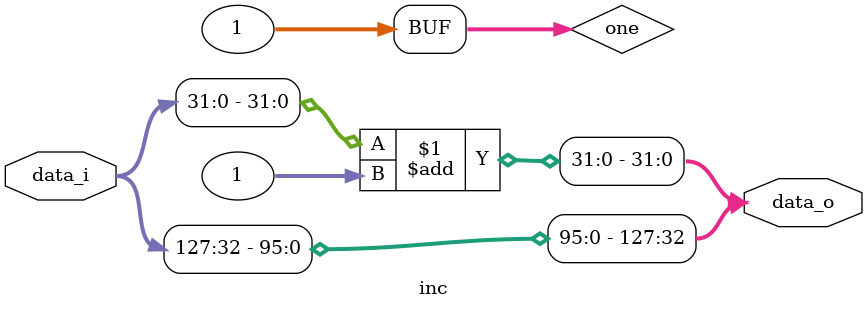
<source format=sv>
/*
 * inc.sv
 * ------
 */

module inc #(
    parameter s = 32
)(
    input  logic [127:0] data_i,
    output logic [127:0] data_o
);

logic [s-1:0] one = { {s-1{1'b0}}, 1'b1 };

assign data_o = {data_i[127:s], data_i[s-1:0] + one};

endmodule

</source>
